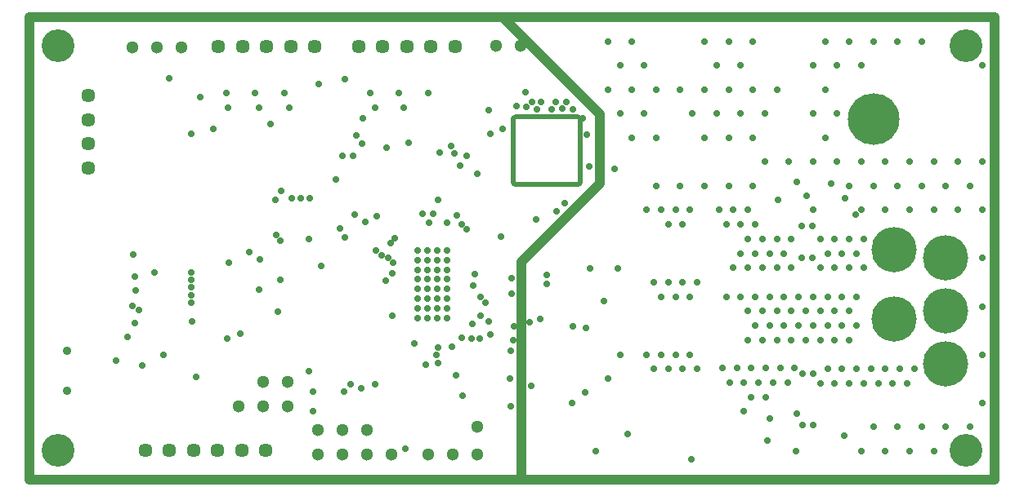
<source format=gbr>
%TF.GenerationSoftware,Altium Limited,Altium Designer,23.4.1 (23)*%
G04 Layer_Physical_Order=3*
G04 Layer_Color=128*
%FSLAX43Y43*%
%MOMM*%
%TF.SameCoordinates,F1D85D2B-AD7B-4026-9487-DA5914AD0DFB*%
%TF.FilePolarity,Negative*%
%TF.FileFunction,Copper,L3,Inr,Plane*%
%TF.Part,Single*%
G01*
G75*
%TA.AperFunction,NonConductor*%
%ADD82C,1.016*%
%TA.AperFunction,ComponentPad*%
%ADD84C,5.350*%
%ADD85C,1.300*%
%ADD86C,1.450*%
%ADD87C,4.700*%
%ADD88C,0.900*%
%TA.AperFunction,ViaPad*%
%ADD89C,0.700*%
%TA.AperFunction,NonConductor*%
%ADD91C,0.500*%
%ADD92C,1.000*%
%ADD93C,0.254*%
%TA.AperFunction,ViaPad*%
%ADD94C,3.400*%
D82*
X0Y0D02*
X100000D01*
Y48000D01*
X0D02*
X100000D01*
X0Y0D02*
Y48000D01*
D84*
X87500Y37400D02*
D03*
D85*
X29920Y2560D02*
D03*
X37540D02*
D03*
X35000Y5100D02*
D03*
Y2560D02*
D03*
X32460Y5100D02*
D03*
Y2560D02*
D03*
X29920Y5100D02*
D03*
X21660Y7560D02*
D03*
X24200D02*
D03*
Y10100D02*
D03*
X26740Y7560D02*
D03*
Y10100D02*
D03*
X48400Y45000D02*
D03*
X13260Y44800D02*
D03*
X10720D02*
D03*
X15800D02*
D03*
X43900Y2600D02*
D03*
X46440D02*
D03*
X41360D02*
D03*
X50940Y45000D02*
D03*
X46400Y5500D02*
D03*
D86*
X22000Y3000D02*
D03*
X19500D02*
D03*
X17000D02*
D03*
X14500D02*
D03*
X12000D02*
D03*
X24500D02*
D03*
X44100Y44900D02*
D03*
X41600D02*
D03*
X39100D02*
D03*
X36600D02*
D03*
X34100D02*
D03*
X29600D02*
D03*
X27100D02*
D03*
X24600D02*
D03*
X22100D02*
D03*
X19600D02*
D03*
X6100Y37300D02*
D03*
Y34800D02*
D03*
Y39800D02*
D03*
Y32300D02*
D03*
D87*
X94900Y17500D02*
D03*
Y12000D02*
D03*
Y23000D02*
D03*
X89600Y16650D02*
D03*
Y23850D02*
D03*
D88*
X3950Y13375D02*
D03*
Y9225D02*
D03*
D89*
X10800Y23300D02*
D03*
X10898Y16202D02*
D03*
X10700Y18000D02*
D03*
X11000Y19600D02*
D03*
X10900Y21000D02*
D03*
X88700Y27950D02*
D03*
X98700Y22950D02*
D03*
X97450Y5450D02*
D03*
X89950Y45450D02*
D03*
X78700Y32950D02*
D03*
X86200D02*
D03*
X72450Y35450D02*
D03*
X87450Y45450D02*
D03*
X72450Y30450D02*
D03*
X71200Y42950D02*
D03*
X94950Y5450D02*
D03*
X86200Y2950D02*
D03*
X69950Y30450D02*
D03*
X68700Y37950D02*
D03*
X81200Y32950D02*
D03*
X63700Y37950D02*
D03*
X62450Y35450D02*
D03*
X74950D02*
D03*
X69950D02*
D03*
X67450Y30450D02*
D03*
X61200Y42950D02*
D03*
Y37950D02*
D03*
X56200Y7950D02*
D03*
X82450Y35450D02*
D03*
X84950Y30450D02*
D03*
X94950D02*
D03*
X71200Y37950D02*
D03*
X76200Y32950D02*
D03*
X86200Y42950D02*
D03*
X81200D02*
D03*
X72450Y45450D02*
D03*
X81200Y37950D02*
D03*
X98700Y17950D02*
D03*
Y12950D02*
D03*
X83700Y32950D02*
D03*
X92450Y45450D02*
D03*
X74950Y40450D02*
D03*
X91200Y32950D02*
D03*
X69950Y40450D02*
D03*
X62450D02*
D03*
X59950D02*
D03*
X96200Y27950D02*
D03*
X87450Y30450D02*
D03*
X92450D02*
D03*
X82450Y40450D02*
D03*
X97450Y30450D02*
D03*
X64950D02*
D03*
X73700Y42950D02*
D03*
X91200Y27950D02*
D03*
X58700Y2950D02*
D03*
X64950Y35450D02*
D03*
X74950Y45450D02*
D03*
X83700Y42950D02*
D03*
X88700Y32950D02*
D03*
X87450Y5450D02*
D03*
X73700Y37950D02*
D03*
X84950Y45450D02*
D03*
X63700Y42950D02*
D03*
X93700Y2950D02*
D03*
X91200D02*
D03*
X96200Y32950D02*
D03*
X92450Y5450D02*
D03*
X81200Y27950D02*
D03*
X61200Y12950D02*
D03*
X83700Y37950D02*
D03*
X89950Y5450D02*
D03*
X62450Y45450D02*
D03*
X98700Y42950D02*
D03*
X88700Y2950D02*
D03*
X59950Y10450D02*
D03*
X98700Y32950D02*
D03*
Y27950D02*
D03*
Y7950D02*
D03*
X93700Y27950D02*
D03*
X67450Y40450D02*
D03*
X93700Y32950D02*
D03*
X72450Y40450D02*
D03*
X64950D02*
D03*
X69950Y45450D02*
D03*
X59950D02*
D03*
X86200Y27950D02*
D03*
X76200Y37950D02*
D03*
X89950Y30450D02*
D03*
X82450Y45450D02*
D03*
X74950Y30450D02*
D03*
X77450Y40450D02*
D03*
X91700Y11450D02*
D03*
X90950Y9950D02*
D03*
X90200Y11450D02*
D03*
X89450Y9950D02*
D03*
X88700Y11450D02*
D03*
X87950Y9950D02*
D03*
X87200Y11450D02*
D03*
X86450Y9950D02*
D03*
X85700Y11450D02*
D03*
X84950Y9950D02*
D03*
X84200Y11450D02*
D03*
X83450Y9950D02*
D03*
X82700Y11450D02*
D03*
X81950Y9950D02*
D03*
X79300Y11550D02*
D03*
X78550Y10050D02*
D03*
X77800Y11550D02*
D03*
X77050Y10050D02*
D03*
X76300Y11550D02*
D03*
X75550Y10050D02*
D03*
X76300Y8550D02*
D03*
X74800Y11550D02*
D03*
X74050Y10050D02*
D03*
X74800Y8550D02*
D03*
X74050Y7050D02*
D03*
X73300Y11550D02*
D03*
X72550Y10050D02*
D03*
X71800Y11550D02*
D03*
X85700Y18950D02*
D03*
X84950Y17450D02*
D03*
X85700Y15950D02*
D03*
X84950Y14450D02*
D03*
X84200Y18950D02*
D03*
X83450Y17450D02*
D03*
X84200Y15950D02*
D03*
X83450Y14450D02*
D03*
X82700Y18950D02*
D03*
X81950Y17450D02*
D03*
X82700Y15950D02*
D03*
X81950Y14450D02*
D03*
X81200Y18950D02*
D03*
X80450Y17450D02*
D03*
X81200Y15950D02*
D03*
X80450Y14450D02*
D03*
X79700Y18950D02*
D03*
X78950Y17450D02*
D03*
X79700Y15950D02*
D03*
X78950Y14450D02*
D03*
X78200Y18950D02*
D03*
X77450Y17450D02*
D03*
X78200Y15950D02*
D03*
X77450Y14450D02*
D03*
X76700Y18950D02*
D03*
X75950Y17450D02*
D03*
X76700Y15950D02*
D03*
X75950Y14450D02*
D03*
X75200Y18950D02*
D03*
X74450Y17450D02*
D03*
X75200Y15950D02*
D03*
X74450Y14450D02*
D03*
X73700Y18950D02*
D03*
X72200D02*
D03*
X86450Y24950D02*
D03*
Y21950D02*
D03*
X84950Y24950D02*
D03*
X85700Y23450D02*
D03*
X84950Y21950D02*
D03*
X83450Y24950D02*
D03*
X84200Y23450D02*
D03*
X83450Y21950D02*
D03*
X81950Y24950D02*
D03*
X82700Y23450D02*
D03*
X81950Y21950D02*
D03*
X78950Y24950D02*
D03*
Y21950D02*
D03*
X77450Y24950D02*
D03*
X78200Y23450D02*
D03*
X77450Y21950D02*
D03*
X75950Y24950D02*
D03*
X76700Y23450D02*
D03*
X75950Y21950D02*
D03*
X74450Y27950D02*
D03*
X75200Y26450D02*
D03*
X74450Y24950D02*
D03*
X75200Y23450D02*
D03*
X74450Y21950D02*
D03*
X72950Y27950D02*
D03*
X73700Y26450D02*
D03*
Y23450D02*
D03*
X72950Y21950D02*
D03*
X71450Y27950D02*
D03*
X72200Y26450D02*
D03*
X68450Y27950D02*
D03*
X69200Y20450D02*
D03*
X68450Y18950D02*
D03*
Y12950D02*
D03*
X69200Y11450D02*
D03*
X66950Y27950D02*
D03*
X67700Y26450D02*
D03*
Y20450D02*
D03*
X66950Y18950D02*
D03*
Y12950D02*
D03*
X67700Y11450D02*
D03*
X65450Y27950D02*
D03*
X66200Y26450D02*
D03*
Y20450D02*
D03*
X65450Y18950D02*
D03*
Y12950D02*
D03*
X66200Y11450D02*
D03*
X63950Y27950D02*
D03*
X64700Y20450D02*
D03*
X63950Y12950D02*
D03*
X64700Y11450D02*
D03*
X17700Y39700D02*
D03*
X11348Y17552D02*
D03*
X13000Y21500D02*
D03*
X16800Y19900D02*
D03*
X14500Y41600D02*
D03*
X19100Y36400D02*
D03*
X16800Y35900D02*
D03*
X35954Y23731D02*
D03*
X43250Y23750D02*
D03*
Y22750D02*
D03*
Y21750D02*
D03*
Y20750D02*
D03*
Y19750D02*
D03*
Y18750D02*
D03*
Y17750D02*
D03*
Y16750D02*
D03*
X42250Y23750D02*
D03*
Y22750D02*
D03*
Y21750D02*
D03*
Y20750D02*
D03*
Y19750D02*
D03*
Y18750D02*
D03*
Y17750D02*
D03*
Y16750D02*
D03*
X41250Y23750D02*
D03*
Y22750D02*
D03*
Y21750D02*
D03*
Y20750D02*
D03*
Y19750D02*
D03*
Y18750D02*
D03*
Y17750D02*
D03*
Y16750D02*
D03*
X40250Y23750D02*
D03*
Y22750D02*
D03*
Y21750D02*
D03*
Y20750D02*
D03*
Y19750D02*
D03*
Y18750D02*
D03*
Y17750D02*
D03*
Y16750D02*
D03*
X49895Y13305D02*
D03*
X57700Y15700D02*
D03*
X56300Y15900D02*
D03*
X52900Y16600D02*
D03*
X51800Y16300D02*
D03*
X54600Y27800D02*
D03*
X55500Y28700D02*
D03*
X52500Y27000D02*
D03*
X46419Y31741D02*
D03*
X39000Y3200D02*
D03*
X35800Y9900D02*
D03*
X11700Y11800D02*
D03*
X20700Y22500D02*
D03*
X62000Y4700D02*
D03*
X76500Y4000D02*
D03*
X32727Y25127D02*
D03*
X56305Y38377D02*
D03*
X58000Y32500D02*
D03*
X57300Y37500D02*
D03*
X57745Y35790D02*
D03*
X50487Y38713D02*
D03*
X51477Y38624D02*
D03*
X49069Y36400D02*
D03*
X54104Y38377D02*
D03*
X52577D02*
D03*
X52077Y39177D02*
D03*
X52000Y9700D02*
D03*
X49777Y10434D02*
D03*
X57600Y9000D02*
D03*
X61000Y21900D02*
D03*
X79500Y30900D02*
D03*
X43800Y13800D02*
D03*
X44200Y10800D02*
D03*
X29400Y9133D02*
D03*
X29000Y11200D02*
D03*
X48900Y25200D02*
D03*
X53600Y20300D02*
D03*
Y21200D02*
D03*
X50000Y19300D02*
D03*
X43700Y34600D02*
D03*
X25727Y17377D02*
D03*
X29000Y24900D02*
D03*
X79480Y6852D02*
D03*
X25004Y36906D02*
D03*
X20400Y40100D02*
D03*
X23400D02*
D03*
X26400D02*
D03*
X35300D02*
D03*
X38300D02*
D03*
X41300D02*
D03*
X10200Y14800D02*
D03*
X9000Y12300D02*
D03*
X17300Y10600D02*
D03*
X44900Y8700D02*
D03*
X46700Y14600D02*
D03*
X45800D02*
D03*
X50000Y20900D02*
D03*
X29400Y7100D02*
D03*
X34400Y9400D02*
D03*
X32400Y33600D02*
D03*
X33500D02*
D03*
X34500Y34800D02*
D03*
X34597Y37480D02*
D03*
X33894Y35662D02*
D03*
X30000Y41000D02*
D03*
X26900Y38600D02*
D03*
X23800D02*
D03*
X20600D02*
D03*
X32700Y41500D02*
D03*
X37000Y34400D02*
D03*
X39300Y34900D02*
D03*
X42500Y33898D02*
D03*
X35800Y38600D02*
D03*
X38800D02*
D03*
X44000Y33800D02*
D03*
X44634Y32529D02*
D03*
X45300Y33600D02*
D03*
X47800Y35856D02*
D03*
X47600Y38300D02*
D03*
X51400Y40200D02*
D03*
X47751Y15003D02*
D03*
X47623Y16383D02*
D03*
X46777Y16977D02*
D03*
X47277Y18343D02*
D03*
X34800Y26700D02*
D03*
X33700Y27500D02*
D03*
X36000Y27300D02*
D03*
X13900Y12900D02*
D03*
X16900Y16419D02*
D03*
X26000Y24800D02*
D03*
X25606Y25383D02*
D03*
X44277Y27377D02*
D03*
X50200Y15900D02*
D03*
X50100Y14400D02*
D03*
X59500Y18500D02*
D03*
X44777Y14677D02*
D03*
X45923Y16121D02*
D03*
X58100Y21900D02*
D03*
X60600Y32200D02*
D03*
X80500Y29400D02*
D03*
X77600Y29000D02*
D03*
X85600Y27500D02*
D03*
X83100Y30700D02*
D03*
X84400Y4500D02*
D03*
X68600Y2100D02*
D03*
X84500Y29200D02*
D03*
X76700Y6300D02*
D03*
X81100Y26300D02*
D03*
X80000D02*
D03*
X81100Y23000D02*
D03*
X80000D02*
D03*
X80100Y5600D02*
D03*
X81200Y11000D02*
D03*
X80100D02*
D03*
X81200Y5600D02*
D03*
X79400Y2900D02*
D03*
X25500Y29000D02*
D03*
X23900Y22800D02*
D03*
X26100Y29900D02*
D03*
X23800Y19700D02*
D03*
X31800Y31100D02*
D03*
X32200Y26000D02*
D03*
X26000Y20700D02*
D03*
X42363Y13700D02*
D03*
X39922Y14100D02*
D03*
X16800Y21500D02*
D03*
X22800Y23600D02*
D03*
X37400Y24508D02*
D03*
X16800Y20700D02*
D03*
Y19100D02*
D03*
Y18300D02*
D03*
X32600Y9100D02*
D03*
X33300Y9900D02*
D03*
X21900Y15100D02*
D03*
X41114Y11901D02*
D03*
X42144Y12900D02*
D03*
X42363Y12100D02*
D03*
X27200Y29200D02*
D03*
X29075Y29175D02*
D03*
X28100Y29200D02*
D03*
X36513Y23269D02*
D03*
X37851Y25054D02*
D03*
X36925Y20650D02*
D03*
X37162Y22997D02*
D03*
X37647Y16947D02*
D03*
X30200Y22150D02*
D03*
X37577Y21377D02*
D03*
X54577Y39177D02*
D03*
X53050D02*
D03*
X49877Y7577D02*
D03*
X20477Y14627D02*
D03*
X46742Y18912D02*
D03*
X46170Y21284D02*
D03*
X45324Y25934D02*
D03*
X45977Y20078D02*
D03*
X55677Y39177D02*
D03*
X44777Y26477D02*
D03*
X43312Y26598D02*
D03*
X37677Y22515D02*
D03*
X41442Y26598D02*
D03*
X40723Y27577D02*
D03*
X41873Y27577D02*
D03*
X55220Y38471D02*
D03*
X42377Y28977D02*
D03*
D91*
X57100Y37346D02*
G03*
X56846Y37600I-254J0D01*
G01*
Y30600D02*
G03*
X57100Y30854I0J254D01*
G01*
X50354Y37600D02*
G03*
X50100Y37346I0J-254D01*
G01*
Y30854D02*
G03*
X50354Y30600I254J0D01*
G01*
X56846D01*
X50354Y37600D02*
X56846D01*
X57100Y30854D02*
Y37346D01*
X50100Y30854D02*
Y37346D01*
D92*
X51000Y0D02*
Y22600D01*
X59100Y30700D01*
Y37900D01*
X55100Y41900D02*
X59100Y37900D01*
X49000Y48000D02*
X55100Y41900D01*
D93*
X0Y0D02*
X51000D01*
X0Y48000D02*
X49000D01*
X0Y0D02*
Y48000D01*
D94*
X97000Y3000D02*
D03*
Y45000D02*
D03*
X3000D02*
D03*
Y3000D02*
D03*
%TF.MD5,6019ca40a9feb52a72d73db7c1b67d73*%
M02*

</source>
